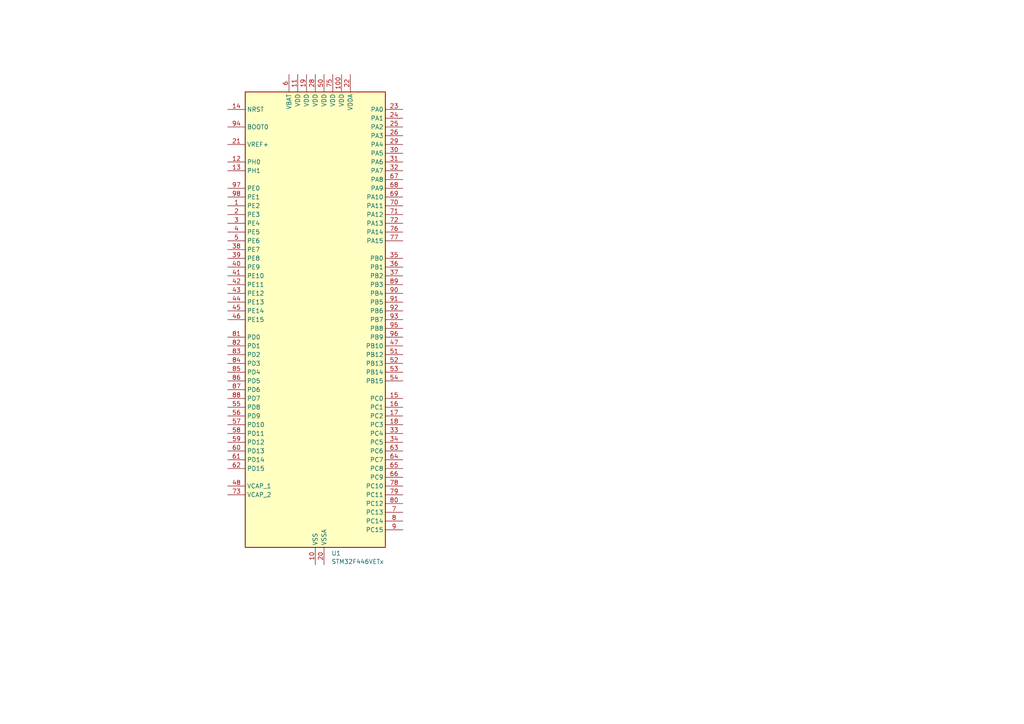
<source format=kicad_sch>
(kicad_sch (version 20250114) (generator "eeschema") (generator_version "9.0")
  (paper "A4")
  (lib_symbols
    (symbol "partd:STM32F446VET6TR"
      (property "Reference" "U?" (at -20.32 67.31 0))
      (property "Value" "STM32F446VETx" (at 12.7 67.31 0))
      (symbol "STM32F446VET6TR_0_1"
        (rectangle (start -20.32 -66.04) (end 20.32 66.04) (stroke (width 0.254)) (fill (type background)))
      )
      (symbol "STM32F446VET6TR_1_1"
        (pin input line (at -25.4 60.96 0) (length 5.08) (name "NRST") (number "14"))
        (pin input line (at -25.4 55.88 0) (length 5.08) (name "BOOT0") (number "94"))
        (pin input line (at -25.4 50.8 0) (length 5.08) (name "VREF+") (number "21"))
        (pin bidirectional line (at -25.4 45.72 0) (length 5.08) (name "PH0") (number "12"))
        (pin bidirectional line (at -25.4 43.18 0) (length 5.08) (name "PH1") (number "13"))
        (pin bidirectional line (at -25.4 38.1 0) (length 5.08) (name "PE0") (number "97"))
        (pin bidirectional line (at -25.4 35.56 0) (length 5.08) (name "PE1") (number "98"))
        (pin bidirectional line (at -25.4 33.02 0) (length 5.08) (name "PE2") (number "1"))
        (pin bidirectional line (at -25.4 30.48 0) (length 5.08) (name "PE3") (number "2"))
        (pin bidirectional line (at -25.4 27.94 0) (length 5.08) (name "PE4") (number "3"))
        (pin bidirectional line (at -25.4 25.4 0) (length 5.08) (name "PE5") (number "4"))
        (pin bidirectional line (at -25.4 22.86 0) (length 5.08) (name "PE6") (number "5"))
        (pin bidirectional line (at -25.4 20.32 0) (length 5.08) (name "PE7") (number "38"))
        (pin bidirectional line (at -25.4 17.78 0) (length 5.08) (name "PE8") (number "39"))
        (pin bidirectional line (at -25.4 15.24 0) (length 5.08) (name "PE9") (number "40"))
        (pin bidirectional line (at -25.4 12.7 0) (length 5.08) (name "PE10") (number "41"))
        (pin bidirectional line (at -25.4 10.16 0) (length 5.08) (name "PE11") (number "42"))
        (pin bidirectional line (at -25.4 7.62 0) (length 5.08) (name "PE12") (number "43"))
        (pin bidirectional line (at -25.4 5.08 0) (length 5.08) (name "PE13") (number "44"))
        (pin bidirectional line (at -25.4 2.54 0) (length 5.08) (name "PE14") (number "45"))
        (pin bidirectional line (at -25.4 0 0) (length 5.08) (name "PE15") (number "46"))
        (pin bidirectional line (at -25.4 -5.08 0) (length 5.08) (name "PD0") (number "81"))
        (pin bidirectional line (at -25.4 -7.62 0) (length 5.08) (name "PD1") (number "82"))
        (pin bidirectional line (at -25.4 -10.16 0) (length 5.08) (name "PD2") (number "83"))
        (pin bidirectional line (at -25.4 -12.7 0) (length 5.08) (name "PD3") (number "84"))
        (pin bidirectional line (at -25.4 -15.24 0) (length 5.08) (name "PD4") (number "85"))
        (pin bidirectional line (at -25.4 -17.78 0) (length 5.08) (name "PD5") (number "86"))
        (pin bidirectional line (at -25.4 -20.32 0) (length 5.08) (name "PD6") (number "87"))
        (pin bidirectional line (at -25.4 -22.86 0) (length 5.08) (name "PD7") (number "88"))
        (pin bidirectional line (at -25.4 -25.4 0) (length 5.08) (name "PD8") (number "55"))
        (pin bidirectional line (at -25.4 -27.94 0) (length 5.08) (name "PD9") (number "56"))
        (pin bidirectional line (at -25.4 -30.48 0) (length 5.08) (name "PD10") (number "57"))
        (pin bidirectional line (at -25.4 -33.02 0) (length 5.08) (name "PD11") (number "58"))
        (pin bidirectional line (at -25.4 -35.56 0) (length 5.08) (name "PD12") (number "59"))
        (pin bidirectional line (at -25.4 -38.1 0) (length 5.08) (name "PD13") (number "60"))
        (pin bidirectional line (at -25.4 -40.64 0) (length 5.08) (name "PD14") (number "61"))
        (pin bidirectional line (at -25.4 -43.18 0) (length 5.08) (name "PD15") (number "62"))
        (pin power_out line (at -25.4 -48.26 0) (length 5.08) (name "VCAP_1") (number "48"))
        (pin power_out line (at -25.4 -50.8 0) (length 5.08) (name "VCAP_2") (number "73"))
        (pin power_in line (at -7.62 71.12 270) (length 5.08) (name "VBAT") (number "6"))
        (pin power_in line (at -5.08 71.12 270) (length 5.08) (name "VDD") (number "11"))
        (pin power_in line (at -2.54 71.12 270) (length 5.08) (name "VDD") (number "19"))
        (pin power_in line (at 0 71.12 270) (length 5.08) (name "VDD") (number "28"))
        (pin power_in line (at 0 -71.12 90) (length 5.08) (name "VSS") (number "10"))
        (pin passive line (at 0 -71.12 90) (length 5.08) (hide yes) (name "VSS") (number "27"))
        (pin passive line (at 0 -71.12 90) (length 5.08) (hide yes) (name "VSS") (number "49"))
        (pin passive line (at 0 -71.12 90) (length 5.08) (hide yes) (name "VSS") (number "74"))
        (pin passive line (at 0 -71.12 90) (length 5.08) (hide yes) (name "VSS") (number "99"))
        (pin power_in line (at 2.54 71.12 270) (length 5.08) (name "VDD") (number "50"))
        (pin power_in line (at 2.54 -71.12 90) (length 5.08) (name "VSSA") (number "20"))
        (pin power_in line (at 5.08 71.12 270) (length 5.08) (name "VDD") (number "75"))
        (pin power_in line (at 7.62 71.12 270) (length 5.08) (name "VDD") (number "100"))
        (pin power_in line (at 10.16 71.12 270) (length 5.08) (name "VDDA") (number "22"))
        (pin bidirectional line (at 25.4 60.96 180) (length 5.08) (name "PA0") (number "23"))
        (pin bidirectional line (at 25.4 58.42 180) (length 5.08) (name "PA1") (number "24"))
        (pin bidirectional line (at 25.4 55.88 180) (length 5.08) (name "PA2") (number "25"))
        (pin bidirectional line (at 25.4 53.34 180) (length 5.08) (name "PA3") (number "26"))
        (pin bidirectional line (at 25.4 50.8 180) (length 5.08) (name "PA4") (number "29"))
        (pin bidirectional line (at 25.4 48.26 180) (length 5.08) (name "PA5") (number "30"))
        (pin bidirectional line (at 25.4 45.72 180) (length 5.08) (name "PA6") (number "31"))
        (pin bidirectional line (at 25.4 43.18 180) (length 5.08) (name "PA7") (number "32"))
        (pin bidirectional line (at 25.4 40.64 180) (length 5.08) (name "PA8") (number "67"))
        (pin bidirectional line (at 25.4 38.1 180) (length 5.08) (name "PA9") (number "68"))
        (pin bidirectional line (at 25.4 35.56 180) (length 5.08) (name "PA10") (number "69"))
        (pin bidirectional line (at 25.4 33.02 180) (length 5.08) (name "PA11") (number "70"))
        (pin bidirectional line (at 25.4 30.48 180) (length 5.08) (name "PA12") (number "71"))
        (pin bidirectional line (at 25.4 27.94 180) (length 5.08) (name "PA13") (number "72"))
        (pin bidirectional line (at 25.4 25.4 180) (length 5.08) (name "PA14") (number "76"))
        (pin bidirectional line (at 25.4 22.86 180) (length 5.08) (name "PA15") (number "77"))
        (pin bidirectional line (at 25.4 17.78 180) (length 5.08) (name "PB0") (number "35"))
        (pin bidirectional line (at 25.4 15.24 180) (length 5.08) (name "PB1") (number "36"))
        (pin bidirectional line (at 25.4 12.7 180) (length 5.08) (name "PB2") (number "37"))
        (pin bidirectional line (at 25.4 10.16 180) (length 5.08) (name "PB3") (number "89"))
        (pin bidirectional line (at 25.4 7.62 180) (length 5.08) (name "PB4") (number "90"))
        (pin bidirectional line (at 25.4 5.08 180) (length 5.08) (name "PB5") (number "91"))
        (pin bidirectional line (at 25.4 2.54 180) (length 5.08) (name "PB6") (number "92"))
        (pin bidirectional line (at 25.4 0 180) (length 5.08) (name "PB7") (number "93"))
        (pin bidirectional line (at 25.4 -2.54 180) (length 5.08) (name "PB8") (number "95"))
        (pin bidirectional line (at 25.4 -5.08 180) (length 5.08) (name "PB9") (number "96"))
        (pin bidirectional line (at 25.4 -7.62 180) (length 5.08) (name "PB10") (number "47"))
        (pin bidirectional line (at 25.4 -10.16 180) (length 5.08) (name "PB12") (number "51"))
        (pin bidirectional line (at 25.4 -12.7 180) (length 5.08) (name "PB13") (number "52"))
        (pin bidirectional line (at 25.4 -15.24 180) (length 5.08) (name "PB14") (number "53"))
        (pin bidirectional line (at 25.4 -17.78 180) (length 5.08) (name "PB15") (number "54"))
        (pin bidirectional line (at 25.4 -22.86 180) (length 5.08) (name "PC0") (number "15"))
        (pin bidirectional line (at 25.4 -25.4 180) (length 5.08) (name "PC1") (number "16"))
        (pin bidirectional line (at 25.4 -27.94 180) (length 5.08) (name "PC2") (number "17"))
        (pin bidirectional line (at 25.4 -30.48 180) (length 5.08) (name "PC3") (number "18"))
        (pin bidirectional line (at 25.4 -33.02 180) (length 5.08) (name "PC4") (number "33"))
        (pin bidirectional line (at 25.4 -35.56 180) (length 5.08) (name "PC5") (number "34"))
        (pin bidirectional line (at 25.4 -38.1 180) (length 5.08) (name "PC6") (number "63"))
        (pin bidirectional line (at 25.4 -40.64 180) (length 5.08) (name "PC7") (number "64"))
        (pin bidirectional line (at 25.4 -43.18 180) (length 5.08) (name "PC8") (number "65"))
        (pin bidirectional line (at 25.4 -45.72 180) (length 5.08) (name "PC9") (number "66"))
        (pin bidirectional line (at 25.4 -48.26 180) (length 5.08) (name "PC10") (number "78"))
        (pin bidirectional line (at 25.4 -50.8 180) (length 5.08) (name "PC11") (number "79"))
        (pin bidirectional line (at 25.4 -53.34 180) (length 5.08) (name "PC12") (number "80"))
        (pin bidirectional line (at 25.4 -55.88 180) (length 5.08) (name "PC13") (number "7"))
        (pin bidirectional line (at 25.4 -58.42 180) (length 5.08) (name "PC14") (number "8"))
        (pin bidirectional line (at 25.4 -60.96 180) (length 5.08) (name "PC15") (number "9"))
      )
    )
  )
  (symbol (lib_id "partd:STM32F446VET6TR") (at 91.44 92.71 0) (unit 1)
    (property "Reference" "U1" (at 96.1233 160.4701 0) (effects (justify left)))
    (property "Value" "STM32F446VETx" (at 96.1233 162.8944 0) (effects (justify left)))
    (property "Footprint" "Package_QFP:LQFP-100_14x14mm_P0.5mm" (effects (hide yes)))
    (property "Datasheet" "https://partdb.midnight-worker.de/en/part/2/info" (effects (hide yes)))
    (property "Description" "Microcontroller STM32F446, 512kB Flash, 100pin, LQFP" (effects (hide yes)))
    (property "Category" "Microcontrollers" (effects (hide yes)))
    (property "Manufacturer" "STMicroelectronics" (effects (hide yes)))
    (property "MPN" "STM32F446VET6TR" (effects (hide yes)))
    (property "Manufacturing Status" "Active" (effects (hide yes)))
    (property "Part-DB Footprint" "LQFP-100_14x14mm" (effects (hide yes)))
    (property "Part-DB ID" "2" (effects (hide yes)))
  )
)
</source>
